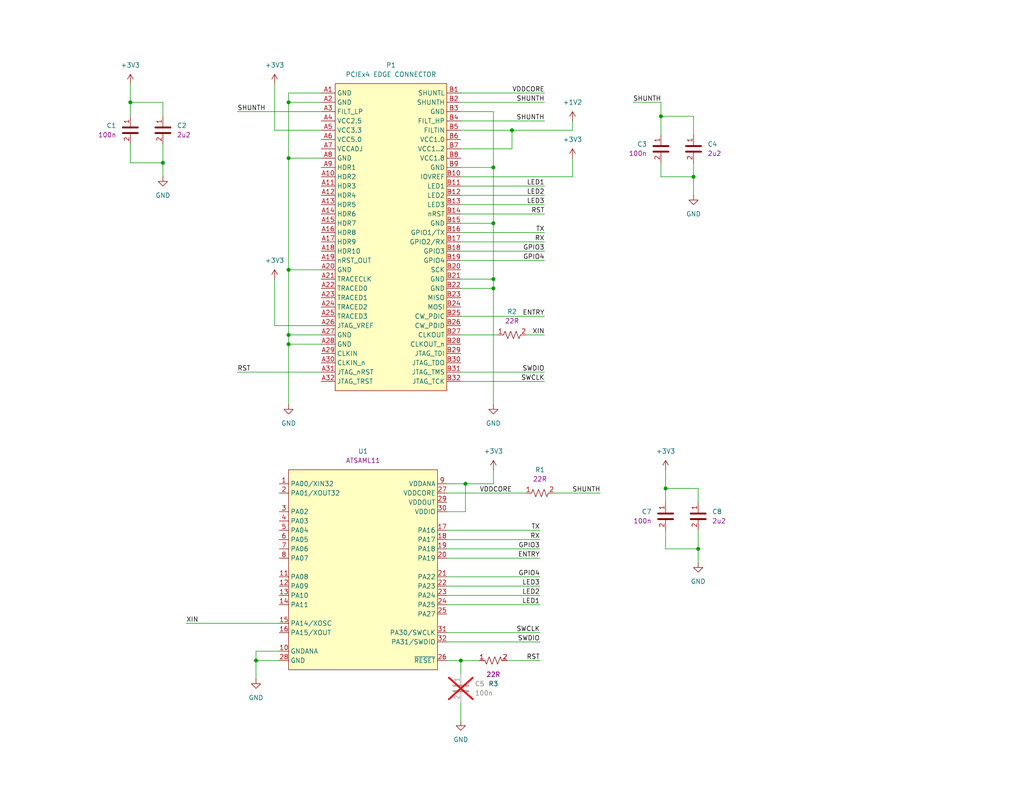
<source format=kicad_sch>
(kicad_sch (version 20231120) (generator "eeschema") (generator_version "8.0")
  (paper "USLetter")
  (lib_symbols
    (symbol "power:+1V2" (power) (pin_numbers hide) (pin_names (offset 0) hide)
      (property "Value" "+1V2" (at 0 3.556 0))
      (symbol "+1V2_0_1"
        (polyline (pts (xy -0.762 1.27) (xy 0 2.54)))
        (polyline (pts (xy 0 0) (xy 0 2.54)))
        (polyline (pts (xy 0 2.54) (xy 0.762 1.27)))
      )
      (symbol "+1V2_1_1"
        (pin power_in line (at 0 0 90) (length 0) (name "~") (number "1"))
      )
    )
    (symbol "power:+3V3" (power) (pin_numbers hide) (pin_names (offset 0) hide)
      (property "Value" "+3V3" (at 0 3.556 0))
      (symbol "+3V3_0_1"
        (polyline (pts (xy -0.762 1.27) (xy 0 2.54)))
        (polyline (pts (xy 0 0) (xy 0 2.54)))
        (polyline (pts (xy 0 2.54) (xy 0.762 1.27)))
      )
      (symbol "+3V3_1_1"
        (pin power_in line (at 0 0 90) (length 0) (name "~") (number "1"))
      )
    )
    (symbol "power:GND" (power) (pin_numbers hide) (pin_names (offset 0) hide)
      (property "Value" "GND" (at 0 -3.81 0))
      (symbol "GND_0_1"
        (polyline (pts (xy 0 0) (xy 0 -1.27) (xy 1.27 -1.27) (xy 0 -2.54) (xy -1.27 -1.27) (xy 0 -1.27)))
      )
      (symbol "GND_1_1"
        (pin power_in line (at 0 0 270) (length 0) (name "~") (number "1"))
      )
    )
    (symbol "tutorial_2_library:ATSMAL11E16A-AU"
      (property "Reference" "U" (at -20.32 5.08 0))
      (property "Display Value" "ATSAML11" (at 15.24 5.08 0))
      (symbol "ATSMAL11E16A-AU_1_1"
        (rectangle (start -20.32 3.81) (end 20.32 -50.8) (fill (type background)))
        (pin unspecified line (at -22.86 0 0) (length 2.54) (name "PA00/XIN32") (number "1"))
        (pin unspecified line (at -22.86 -45.72 0) (length 2.54) (name "GNDANA") (number "10"))
        (pin unspecified line (at -22.86 -25.4 0) (length 2.54) (name "PA08") (number "11"))
        (pin unspecified line (at -22.86 -27.94 0) (length 2.54) (name "PA09") (number "12"))
        (pin unspecified line (at -22.86 -30.48 0) (length 2.54) (name "PA10") (number "13"))
        (pin unspecified line (at -22.86 -33.02 0) (length 2.54) (name "PA11") (number "14"))
        (pin unspecified line (at -22.86 -38.1 0) (length 2.54) (name "PA14/XOSC") (number "15"))
        (pin unspecified line (at -22.86 -40.64 0) (length 2.54) (name "PA15/XOUT") (number "16"))
        (pin unspecified line (at 22.86 -12.7 180) (length 2.54) (name "PA16") (number "17"))
        (pin unspecified line (at 22.86 -15.24 180) (length 2.54) (name "PA17") (number "18"))
        (pin unspecified line (at 22.86 -17.78 180) (length 2.54) (name "PA18") (number "19"))
        (pin unspecified line (at -22.86 -2.54 0) (length 2.54) (name "PA01/XOUT32") (number "2"))
        (pin unspecified line (at 22.86 -20.32 180) (length 2.54) (name "PA19") (number "20"))
        (pin unspecified line (at 22.86 -25.4 180) (length 2.54) (name "PA22") (number "21"))
        (pin unspecified line (at 22.86 -27.94 180) (length 2.54) (name "PA23") (number "22"))
        (pin unspecified line (at 22.86 -30.48 180) (length 2.54) (name "PA24") (number "23"))
        (pin unspecified line (at 22.86 -33.02 180) (length 2.54) (name "PA25") (number "24"))
        (pin unspecified line (at 22.86 -35.56 180) (length 2.54) (name "PA27") (number "25"))
        (pin unspecified line (at 22.86 -48.26 180) (length 2.54) (name "~{RESET}") (number "26"))
        (pin unspecified line (at 22.86 -2.54 180) (length 2.54) (name "VDDCORE") (number "27"))
        (pin unspecified line (at -22.86 -48.26 0) (length 2.54) (name "GND") (number "28"))
        (pin unspecified line (at 22.86 -5.08 180) (length 2.54) (name "VDDOUT") (number "29"))
        (pin unspecified line (at -22.86 -7.62 0) (length 2.54) (name "PA02") (number "3"))
        (pin unspecified line (at 22.86 -7.62 180) (length 2.54) (name "VDDIO") (number "30"))
        (pin unspecified line (at 22.86 -40.64 180) (length 2.54) (name "PA30/SWCLK") (number "31"))
        (pin unspecified line (at 22.86 -43.18 180) (length 2.54) (name "PA31/SWDIO") (number "32"))
        (pin unspecified line (at -22.86 -10.16 0) (length 2.54) (name "PA03") (number "4"))
        (pin unspecified line (at -22.86 -12.7 0) (length 2.54) (name "PA04") (number "5"))
        (pin unspecified line (at -22.86 -15.24 0) (length 2.54) (name "PA05") (number "6"))
        (pin unspecified line (at -22.86 -17.78 0) (length 2.54) (name "PA06") (number "7"))
        (pin unspecified line (at -22.86 -20.32 0) (length 2.54) (name "PA07") (number "8"))
        (pin unspecified line (at 22.86 0 180) (length 2.54) (name "VDDANA") (number "9"))
      )
    )
    (symbol "tutorial_2_library:CAP_100n_50V_0603"
      (property "Reference" "C" (at -20.32 5.08 0))
      (property "Display Value" "100n" (at 15.24 5.08 0))
      (symbol "CAP_100n_50V_0603_0_1"
        (polyline (pts (xy -0.762 -2.032) (xy -0.762 2.032)) (stroke (width 0.508)))
        (polyline (pts (xy 0.762 -2.032) (xy 0.762 2.032)) (stroke (width 0.508)))
      )
      (symbol "CAP_100n_50V_0603_1_1"
        (pin passive line (at -3.81 0 0) (length 2.794) (name "~") (number "1"))
        (pin passive line (at 3.81 0 180) (length 2.794) (name "~") (number "2"))
      )
    )
    (symbol "tutorial_2_library:CAP_2u2_16V_0603"
      (property "Reference" "C" (at -20.32 5.08 0))
      (property "Display Value" "2u2" (at 15.24 5.08 0))
      (symbol "CAP_2u2_16V_0603_0_1"
        (polyline (pts (xy -0.762 -2.032) (xy -0.762 2.032)) (stroke (width 0.508)))
        (polyline (pts (xy 0.762 -2.032) (xy 0.762 2.032)) (stroke (width 0.508)))
      )
      (symbol "CAP_2u2_16V_0603_1_1"
        (pin passive line (at -3.81 0 0) (length 2.794) (name "~") (number "1"))
        (pin passive line (at 3.81 0 180) (length 2.794) (name "~") (number "2"))
      )
    )
    (symbol "tutorial_2_library:CW312T-Template" (in_bom no)
      (property "Reference" "P" (at -15.24 3.81 0))
      (property "Value" "PCIEx4 EDGE CONNECTOR " (at 3.81 3.81 0))
      (symbol "CW312T-Template_1_1"
        (rectangle (start -15.24 2.54) (end 15.24 -81.28) (fill (type background)))
        (pin unspecified line (at -19.05 0 0) (length 3.81) (name "GND") (number "A1"))
        (pin unspecified line (at -19.05 -22.86 0) (length 3.81) (name "HDR2") (number "A10"))
        (pin unspecified line (at -19.05 -25.4 0) (length 3.81) (name "HDR3") (number "A11"))
        (pin unspecified line (at -19.05 -27.94 0) (length 3.81) (name "HDR4") (number "A12"))
        (pin unspecified line (at -19.05 -30.48 0) (length 3.81) (name "HDR5") (number "A13"))
        (pin unspecified line (at -19.05 -33.02 0) (length 3.81) (name "HDR6") (number "A14"))
        (pin unspecified line (at -19.05 -35.56 0) (length 3.81) (name "HDR7") (number "A15"))
        (pin unspecified line (at -19.05 -38.1 0) (length 3.81) (name "HDR8") (number "A16"))
        (pin unspecified line (at -19.05 -40.64 0) (length 3.81) (name "HDR9") (number "A17"))
        (pin unspecified line (at -19.05 -43.18 0) (length 3.81) (name "HDR10") (number "A18"))
        (pin unspecified line (at -19.05 -45.72 0) (length 3.81) (name "nRST_OUT") (number "A19"))
        (pin unspecified line (at -19.05 -2.54 0) (length 3.81) (name "GND") (number "A2"))
        (pin unspecified line (at -19.05 -48.26 0) (length 3.81) (name "GND") (number "A20"))
        (pin unspecified line (at -19.05 -50.8 0) (length 3.81) (name "TRACECLK") (number "A21"))
        (pin unspecified line (at -19.05 -53.34 0) (length 3.81) (name "TRACED0") (number "A22"))
        (pin unspecified line (at -19.05 -55.88 0) (length 3.81) (name "TRACED1") (number "A23"))
        (pin unspecified line (at -19.05 -58.42 0) (length 3.81) (name "TRACED2") (number "A24"))
        (pin unspecified line (at -19.05 -60.96 0) (length 3.81) (name "TRACED3") (number "A25"))
        (pin unspecified line (at -19.05 -63.5 0) (length 3.81) (name "JTAG_VREF") (number "A26"))
        (pin unspecified line (at -19.05 -66.04 0) (length 3.81) (name "GND") (number "A27"))
        (pin unspecified line (at -19.05 -68.58 0) (length 3.81) (name "GND") (number "A28"))
        (pin unspecified line (at -19.05 -71.12 0) (length 3.81) (name "CLKIN") (number "A29"))
        (pin unspecified line (at -19.05 -5.08 0) (length 3.81) (name "FILT_LP") (number "A3"))
        (pin unspecified line (at -19.05 -73.66 0) (length 3.81) (name "CLKIN_n") (number "A30"))
        (pin unspecified line (at -19.05 -76.2 0) (length 3.81) (name "JTAG_nRST") (number "A31"))
        (pin unspecified line (at -19.05 -78.74 0) (length 3.81) (name "JTAG_TRST") (number "A32"))
        (pin unspecified line (at -19.05 -7.62 0) (length 3.81) (name "VCC2.5") (number "A4"))
        (pin unspecified line (at -19.05 -10.16 0) (length 3.81) (name "VCC3.3") (number "A5"))
        (pin unspecified line (at -19.05 -12.7 0) (length 3.81) (name "VCC5.0") (number "A6"))
        (pin unspecified line (at -19.05 -15.24 0) (length 3.81) (name "VCCADJ") (number "A7"))
        (pin unspecified line (at -19.05 -17.78 0) (length 3.81) (name "GND") (number "A8"))
        (pin unspecified line (at -19.05 -20.32 0) (length 3.81) (name "HDR1") (number "A9"))
        (pin unspecified line (at 19.05 0 180) (length 3.81) (name "SHUNTL") (number "B1"))
        (pin unspecified line (at 19.05 -22.86 180) (length 3.81) (name "IOVREF") (number "B10"))
        (pin unspecified line (at 19.05 -25.4 180) (length 3.81) (name "LED1") (number "B11"))
        (pin unspecified line (at 19.05 -27.94 180) (length 3.81) (name "LED2") (number "B12"))
        (pin unspecified line (at 19.05 -30.48 180) (length 3.81) (name "LED3") (number "B13"))
        (pin unspecified line (at 19.05 -33.02 180) (length 3.81) (name "nRST") (number "B14"))
        (pin unspecified line (at 19.05 -35.56 180) (length 3.81) (name "GND") (number "B15"))
        (pin unspecified line (at 19.05 -38.1 180) (length 3.81) (name "GPIO1/TX") (number "B16"))
        (pin unspecified line (at 19.05 -40.64 180) (length 3.81) (name "GPIO2/RX") (number "B17"))
        (pin unspecified line (at 19.05 -43.18 180) (length 3.81) (name "GPIO3") (number "B18"))
        (pin unspecified line (at 19.05 -45.72 180) (length 3.81) (name "GPIO4") (number "B19"))
        (pin unspecified line (at 19.05 -2.54 180) (length 3.81) (name "SHUNTH") (number "B2"))
        (pin unspecified line (at 19.05 -48.26 180) (length 3.81) (name "SCK") (number "B20"))
        (pin unspecified line (at 19.05 -50.8 180) (length 3.81) (name "GND") (number "B21"))
        (pin unspecified line (at 19.05 -53.34 180) (length 3.81) (name "GND") (number "B22"))
        (pin unspecified line (at 19.05 -55.88 180) (length 3.81) (name "MISO") (number "B23"))
        (pin unspecified line (at 19.05 -58.42 180) (length 3.81) (name "MOSI") (number "B24"))
        (pin unspecified line (at 19.05 -60.96 180) (length 3.81) (name "CW_PDIC") (number "B25"))
        (pin unspecified line (at 19.05 -63.5 180) (length 3.81) (name "CW_PDID") (number "B26"))
        (pin unspecified line (at 19.05 -66.04 180) (length 3.81) (name "CLKOUT") (number "B27"))
        (pin unspecified line (at 19.05 -68.58 180) (length 3.81) (name "CLKOUT_n") (number "B28"))
        (pin unspecified line (at 19.05 -71.12 180) (length 3.81) (name "JTAG_TDI") (number "B29"))
        (pin unspecified line (at 19.05 -5.08 180) (length 3.81) (name "GND") (number "B3"))
        (pin unspecified line (at 19.05 -73.66 180) (length 3.81) (name "JTAG_TDO") (number "B30"))
        (pin unspecified line (at 19.05 -76.2 180) (length 3.81) (name "JTAG_TMS") (number "B31"))
        (pin unspecified line (at 19.05 -78.74 180) (length 3.81) (name "JTAG_TCK") (number "B32"))
        (pin unspecified line (at 19.05 -7.62 180) (length 3.81) (name "FILT_HP") (number "B4"))
        (pin unspecified line (at 19.05 -10.16 180) (length 3.81) (name "FILTIN") (number "B5"))
        (pin unspecified line (at 19.05 -12.7 180) (length 3.81) (name "VCC1.0") (number "B6"))
        (pin unspecified line (at 19.05 -15.24 180) (length 3.81) (name "VCC1..2") (number "B7"))
        (pin unspecified line (at 19.05 -17.78 180) (length 3.81) (name "VCC1.8") (number "B8"))
        (pin unspecified line (at 19.05 -20.32 180) (length 3.81) (name "GND") (number "B9"))
      )
    )
    (symbol "tutorial_2_library:RES_22R_0603"
      (property "Reference" "R" (at -20.32 5.08 0))
      (property "Display Value" "22R" (at 15.24 5.08 0))
      (symbol "RES_22R_0603_0_1"
        (polyline (pts (xy -2.286 0) (xy -2.54 0)))
        (polyline (pts (xy 2.286 0) (xy 2.54 0)))
        (polyline (pts (xy -2.286 0) (xy -1.905 1.016) (xy -1.524 0) (xy -1.143 -1.016) (xy -0.762 0)))
        (polyline (pts (xy -0.762 0) (xy -0.381 1.016) (xy 0 0) (xy 0.381 -1.016) (xy 0.762 0)))
        (polyline (pts (xy 0.762 0) (xy 1.143 1.016) (xy 1.524 0) (xy 1.905 -1.016) (xy 2.286 0)))
      )
      (symbol "RES_22R_0603_1_1"
        (pin passive line (at -3.81 0 0) (length 1.27) (name "~") (number "1"))
        (pin passive line (at 3.81 0 180) (length 1.27) (name "~") (number "2"))
      )
    )
  )
  (junction (at 134.62 45.72))
  (junction (at 190.5 149.86))
  (junction (at 69.85 180.34))
  (junction (at 180.34 31.75))
  (junction (at 35.56 27.94))
  (junction (at 134.62 78.74))
  (junction (at 78.74 93.98))
  (junction (at 189.23 48.26))
  (junction (at 134.62 76.2))
  (junction (at 78.74 73.66))
  (junction (at 134.62 60.96))
  (junction (at 78.74 91.44))
  (junction (at 78.74 43.18))
  (junction (at 44.45 44.45))
  (junction (at 127 132.08))
  (junction (at 125.73 180.34))
  (junction (at 181.61 133.35))
  (junction (at 139.7 35.56))
  (junction (at 78.74 27.94))
  (wire (pts (xy 181.61 133.35) (xy 181.61 137.16)))
  (wire (pts (xy 190.5 133.35) (xy 181.61 133.35)))
  (wire (pts (xy 125.73 50.8) (xy 148.59 50.8)))
  (wire (pts (xy 121.92 175.26) (xy 147.32 175.26)))
  (wire (pts (xy 125.73 191.77) (xy 125.73 196.85)))
  (wire (pts (xy 69.85 180.34) (xy 76.2 180.34)))
  (wire (pts (xy 44.45 27.94) (xy 35.56 27.94)))
  (wire (pts (xy 78.74 93.98) (xy 78.74 110.49)))
  (wire (pts (xy 64.77 30.48) (xy 87.63 30.48)))
  (wire (pts (xy 125.73 60.96) (xy 134.62 60.96)))
  (wire (pts (xy 78.74 73.66) (xy 87.63 73.66)))
  (wire (pts (xy 121.92 144.78) (xy 147.32 144.78)))
  (wire (pts (xy 125.73 76.2) (xy 134.62 76.2)))
  (wire (pts (xy 125.73 104.14) (xy 148.59 104.14)))
  (wire (pts (xy 125.73 66.04) (xy 148.59 66.04)))
  (wire (pts (xy 125.73 91.44) (xy 135.89 91.44)))
  (wire (pts (xy 78.74 91.44) (xy 87.63 91.44)))
  (wire (pts (xy 125.73 33.02) (xy 148.59 33.02)))
  (wire (pts (xy 180.34 36.83) (xy 180.34 31.75)))
  (wire (pts (xy 35.56 27.94) (xy 35.56 31.75)))
  (wire (pts (xy 69.85 177.8) (xy 69.85 180.34)))
  (wire (pts (xy 125.73 27.94) (xy 148.59 27.94)))
  (wire (pts (xy 78.74 91.44) (xy 78.74 93.98)))
  (wire (pts (xy 78.74 43.18) (xy 78.74 73.66)))
  (wire (pts (xy 156.21 43.18) (xy 156.21 48.26)))
  (wire (pts (xy 87.63 25.4) (xy 78.74 25.4)))
  (wire (pts (xy 125.73 71.12) (xy 148.59 71.12)))
  (wire (pts (xy 180.34 27.94) (xy 172.72 27.94)))
  (wire (pts (xy 125.73 30.48) (xy 134.62 30.48)))
  (wire (pts (xy 78.74 93.98) (xy 87.63 93.98)))
  (wire (pts (xy 125.73 86.36) (xy 148.59 86.36)))
  (wire (pts (xy 125.73 101.6) (xy 148.59 101.6)))
  (wire (pts (xy 125.73 63.5) (xy 148.59 63.5)))
  (wire (pts (xy 156.21 33.02) (xy 156.21 35.56)))
  (wire (pts (xy 189.23 48.26) (xy 189.23 53.34)))
  (wire (pts (xy 127 139.7) (xy 127 132.08)))
  (wire (pts (xy 121.92 165.1) (xy 147.32 165.1)))
  (wire (pts (xy 78.74 27.94) (xy 87.63 27.94)))
  (wire (pts (xy 190.5 137.16) (xy 190.5 133.35)))
  (wire (pts (xy 190.5 149.86) (xy 190.5 144.78)))
  (wire (pts (xy 35.56 44.45) (xy 44.45 44.45)))
  (wire (pts (xy 121.92 162.56) (xy 147.32 162.56)))
  (wire (pts (xy 121.92 160.02) (xy 147.32 160.02)))
  (wire (pts (xy 74.93 35.56) (xy 87.63 35.56)))
  (wire (pts (xy 180.34 44.45) (xy 180.34 48.26)))
  (wire (pts (xy 125.73 35.56) (xy 139.7 35.56)))
  (wire (pts (xy 121.92 180.34) (xy 125.73 180.34)))
  (wire (pts (xy 125.73 48.26) (xy 156.21 48.26)))
  (wire (pts (xy 181.61 128.27) (xy 181.61 133.35)))
  (wire (pts (xy 143.51 91.44) (xy 148.59 91.44)))
  (wire (pts (xy 125.73 25.4) (xy 148.59 25.4)))
  (wire (pts (xy 64.77 101.6) (xy 87.63 101.6)))
  (wire (pts (xy 134.62 132.08) (xy 134.62 128.27)))
  (wire (pts (xy 134.62 78.74) (xy 134.62 110.49)))
  (wire (pts (xy 125.73 40.64) (xy 139.7 40.64)))
  (wire (pts (xy 190.5 149.86) (xy 190.5 153.67)))
  (wire (pts (xy 125.73 55.88) (xy 148.59 55.88)))
  (wire (pts (xy 189.23 44.45) (xy 189.23 48.26)))
  (wire (pts (xy 121.92 149.86) (xy 147.32 149.86)))
  (wire (pts (xy 121.92 134.62) (xy 143.51 134.62)))
  (wire (pts (xy 181.61 149.86) (xy 190.5 149.86)))
  (wire (pts (xy 151.13 134.62) (xy 163.83 134.62)))
  (wire (pts (xy 180.34 31.75) (xy 189.23 31.75)))
  (wire (pts (xy 78.74 43.18) (xy 87.63 43.18)))
  (wire (pts (xy 138.43 180.34) (xy 147.32 180.34)))
  (wire (pts (xy 35.56 39.37) (xy 35.56 44.45)))
  (wire (pts (xy 121.92 172.72) (xy 147.32 172.72)))
  (wire (pts (xy 139.7 35.56) (xy 156.21 35.56)))
  (wire (pts (xy 125.73 180.34) (xy 125.73 184.15)))
  (wire (pts (xy 44.45 31.75) (xy 44.45 27.94)))
  (wire (pts (xy 125.73 45.72) (xy 134.62 45.72)))
  (wire (pts (xy 74.93 88.9) (xy 87.63 88.9)))
  (wire (pts (xy 134.62 45.72) (xy 134.62 60.96)))
  (wire (pts (xy 74.93 76.2) (xy 74.93 88.9)))
  (wire (pts (xy 125.73 78.74) (xy 134.62 78.74)))
  (wire (pts (xy 125.73 58.42) (xy 148.59 58.42)))
  (wire (pts (xy 181.61 144.78) (xy 181.61 149.86)))
  (wire (pts (xy 180.34 31.75) (xy 180.34 27.94)))
  (wire (pts (xy 44.45 44.45) (xy 44.45 39.37)))
  (wire (pts (xy 50.8 170.18) (xy 76.2 170.18)))
  (wire (pts (xy 121.92 152.4) (xy 147.32 152.4)))
  (wire (pts (xy 78.74 73.66) (xy 78.74 91.44)))
  (wire (pts (xy 121.92 157.48) (xy 147.32 157.48)))
  (wire (pts (xy 134.62 60.96) (xy 134.62 76.2)))
  (wire (pts (xy 134.62 76.2) (xy 134.62 78.74)))
  (wire (pts (xy 44.45 44.45) (xy 44.45 48.26)))
  (wire (pts (xy 78.74 27.94) (xy 78.74 43.18)))
  (wire (pts (xy 134.62 30.48) (xy 134.62 45.72)))
  (wire (pts (xy 121.92 132.08) (xy 127 132.08)))
  (wire (pts (xy 121.92 147.32) (xy 147.32 147.32)))
  (wire (pts (xy 189.23 31.75) (xy 189.23 36.83)))
  (wire (pts (xy 125.73 180.34) (xy 130.81 180.34)))
  (wire (pts (xy 125.73 53.34) (xy 148.59 53.34)))
  (wire (pts (xy 78.74 25.4) (xy 78.74 27.94)))
  (wire (pts (xy 76.2 177.8) (xy 69.85 177.8)))
  (wire (pts (xy 121.92 139.7) (xy 127 139.7)))
  (wire (pts (xy 35.56 22.86) (xy 35.56 27.94)))
  (wire (pts (xy 69.85 180.34) (xy 69.85 185.42)))
  (wire (pts (xy 127 132.08) (xy 134.62 132.08)))
  (wire (pts (xy 180.34 48.26) (xy 189.23 48.26)))
  (wire (pts (xy 125.73 68.58) (xy 148.59 68.58)))
  (wire (pts (xy 139.7 40.64) (xy 139.7 35.56)))
  (wire (pts (xy 74.93 22.86) (xy 74.93 35.56)))
  (label "SHUNTH" (at 172.72 27.94 0))
  (label "SWDIO" (at 148.59 101.6 180))
  (label "LED1" (at 148.59 50.8 180))
  (label "SWCLK" (at 147.32 172.72 180))
  (label "RX" (at 148.59 66.04 180))
  (label "ENTRY" (at 148.59 86.36 180))
  (label "LED2" (at 148.59 53.34 180))
  (label "TX" (at 147.32 144.78 180))
  (label "SWDIO" (at 147.32 175.26 180))
  (label "SHUNTH" (at 163.83 134.62 180))
  (label "GPIO3" (at 147.32 149.86 180))
  (label "ENTRY" (at 147.32 152.4 180))
  (label "LED3" (at 147.32 160.02 180))
  (label "GPIO3" (at 148.59 68.58 180))
  (label "RST" (at 64.77 101.6 0))
  (label "SWCLK" (at 148.59 104.14 180))
  (label "LED2" (at 147.32 162.56 180))
  (label "LED1" (at 147.32 165.1 180))
  (label "SHUNTH" (at 148.59 33.02 180))
  (label "RST" (at 148.59 58.42 180))
  (label "SHUNTH" (at 64.77 30.48 0))
  (label "VDDCORE" (at 148.59 25.4 180))
  (label "RST" (at 147.32 180.34 180))
  (label "LED3" (at 148.59 55.88 180))
  (label "TX" (at 148.59 63.5 180))
  (label "XIN" (at 148.59 91.44 180))
  (label "SHUNTH" (at 148.59 27.94 180))
  (label "VDDCORE" (at 139.7 134.62 180))
  (label "GPIO4" (at 148.59 71.12 180))
  (label "XIN" (at 50.8 170.18 0))
  (label "GPIO4" (at 147.32 157.48 180))
  (label "RX" (at 147.32 147.32 180))
  (symbol (lib_id "tutorial_2_library:CAP_100n_50V_0603") (at 181.61 140.97 90) (mirror x) (unit 1)
    (property "Reference" "C7" (at 177.8 139.6999 90) (effects (justify left)))
    (property "Value" "CAP_100n_50V_0603" (effects (hide yes)))
    (property "Footprint" "Capacitor_SMD:C_0603_1608Metric" (effects (hide yes)))
    (property "Datasheet" "https://content.kemet.com/datasheets/KEM_C1002_X7R_SMD.pdf" (effects (hide yes)))
    (property "Description" "CAP CER 0.1UF 50V X7R 0603" (effects (hide yes)))
    (property "Display Value" "100n" (at 177.8 142.2399 90) (effects (justify left)))
    (property "Manufacturer" "KEMET" (effects (hide yes)))
    (property "Manufacturer Part Number" "C0603C104M5RACTU" (effects (hide yes)))
    (property "Supplier 1" "DigiKey" (effects (hide yes)))
    (property "Supplier 1 Part Number" "399-C0603C104M5RACTUCT-ND" (effects (hide yes)))
  )
  (symbol (lib_id "power:GND") (at 78.74 110.49 0) (unit 1)
    (property "Reference" "#PWR07" (effects (hide yes)))
    (property "Value" "GND" (at 78.74 115.57 0))
    (property "Description" "Power symbol creates a global label with name \"GND\" , ground" (effects (hide yes)))
  )
  (symbol (lib_id "tutorial_2_library:CAP_100n_50V_0603") (at 35.56 35.56 90) (mirror x) (unit 1)
    (property "Reference" "C1" (at 31.75 34.2899 90) (effects (justify left)))
    (property "Value" "CAP_100n_50V_0603" (effects (hide yes)))
    (property "Footprint" "Capacitor_SMD:C_0603_1608Metric" (effects (hide yes)))
    (property "Datasheet" "https://content.kemet.com/datasheets/KEM_C1002_X7R_SMD.pdf" (effects (hide yes)))
    (property "Description" "CAP CER 0.1UF 50V X7R 0603" (effects (hide yes)))
    (property "Display Value" "100n" (at 31.75 36.8299 90) (effects (justify left)))
    (property "Manufacturer" "KEMET" (effects (hide yes)))
    (property "Manufacturer Part Number" "C0603C104M5RACTU" (effects (hide yes)))
    (property "Supplier 1" "DigiKey" (effects (hide yes)))
    (property "Supplier 1 Part Number" "399-C0603C104M5RACTUCT-ND" (effects (hide yes)))
  )
  (symbol (lib_id "power:GND") (at 190.5 153.67 0) (unit 1)
    (property "Reference" "#PWR06" (effects (hide yes)))
    (property "Value" "GND" (at 190.5 158.75 0))
    (property "Description" "Power symbol creates a global label with name \"GND\" , ground" (effects (hide yes)))
  )
  (symbol (lib_id "tutorial_2_library:ATSMAL11E16A-AU") (at 99.06 132.08 0) (unit 1)
    (property "Reference" "U1" (at 99.06 123.19 0))
    (property "Value" "ATSMAL11E16A-AU" (effects (hide yes)))
    (property "Footprint" "Package_QFP:TQFP-32_7x7mm_P0.8mm" (effects (hide yes)))
    (property "Datasheet" "https://www.mouser.ca/datasheet/2/268/SAM_L10_L11_Family_Data_Sheet_DS60001513-3442769.pdf" (effects (hide yes)))
    (property "Description" "ARM Microcontrollers - MCU TQFP32, 64KBFlash/16KB SRAM,85 Temp,Crypto,Tray" (effects (hide yes)))
    (property "Display Value" "ATSAML11" (at 99.06 125.73 0))
    (property "Manufacturer" "Microchip Technology" (effects (hide yes)))
    (property "Manufacturer Part Number" "ATSAML11E16A-AU" (effects (hide yes)))
    (property "Supplier 1" "DigiKey" (effects (hide yes)))
    (property "Supplier 1 Part Number" "ATSAML11E16A-AU-ND" (effects (hide yes)))
  )
  (symbol (lib_id "power:+1V2") (at 156.21 33.02 0) (unit 1)
    (property "Reference" "#PWR011" (effects (hide yes)))
    (property "Value" "+1V2" (at 156.21 27.94 0))
    (property "Description" "Power symbol creates a global label with name \"+1V2\"" (effects (hide yes)))
  )
  (symbol (lib_id "power:+3V3") (at 134.62 128.27 0) (unit 1)
    (property "Reference" "#PWR010" (effects (hide yes)))
    (property "Value" "+3V3" (at 134.62 123.19 0))
    (property "Description" "Power symbol creates a global label with name \"+3V3\"" (effects (hide yes)))
  )
  (symbol (lib_id "tutorial_2_library:RES_22R_0603") (at 134.62 180.34 0) (mirror x) (unit 1)
    (property "Reference" "R3" (at 134.62 186.69 0))
    (property "Value" "22R_0603" (effects (hide yes)))
    (property "Footprint" "Resistor_SMD:R_0603_1608Metric" (effects (hide yes)))
    (property "Datasheet" "https://www.yageo.com/upload/media/product/products/datasheet/rchip/PYu-RC_Group_51_RoHS_L_12.pdf" (effects (hide yes)))
    (property "Description" "RES 22 OHM 5% 1/10W 0603" (effects (hide yes)))
    (property "Display Value" "22R" (at 134.62 184.15 0))
    (property "Manufacturer" "YAGEO" (effects (hide yes)))
    (property "Manufacturer Part Number" "RC0603JR-0722RL" (effects (hide yes)))
    (property "Supplier 1" "DigiKey" (effects (hide yes)))
    (property "Supplier 1 Part Number" "311-22GRCT-ND" (effects (hide yes)))
  )
  (symbol (lib_id "power:+3V3") (at 156.21 43.18 0) (unit 1)
    (property "Reference" "#PWR01" (effects (hide yes)))
    (property "Value" "+3V3" (at 156.21 38.1 0))
    (property "Description" "Power symbol creates a global label with name \"+3V3\"" (effects (hide yes)))
  )
  (symbol (lib_id "power:+3V3") (at 181.61 128.27 0) (unit 1)
    (property "Reference" "#PWR05" (effects (hide yes)))
    (property "Value" "+3V3" (at 181.61 123.19 0))
    (property "Description" "Power symbol creates a global label with name \"+3V3\"" (effects (hide yes)))
  )
  (symbol (lib_id "power:+3V3") (at 35.56 22.86 0) (unit 1)
    (property "Reference" "#PWR02" (effects (hide yes)))
    (property "Value" "+3V3" (at 35.56 17.78 0))
    (property "Description" "Power symbol creates a global label with name \"+3V3\"" (effects (hide yes)))
  )
  (symbol (lib_id "power:GND") (at 44.45 48.26 0) (unit 1)
    (property "Reference" "#PWR04" (effects (hide yes)))
    (property "Value" "GND" (at 44.45 53.34 0))
    (property "Description" "Power symbol creates a global label with name \"GND\" , ground" (effects (hide yes)))
  )
  (symbol (lib_id "tutorial_2_library:CAP_2u2_16V_0603") (at 189.23 40.64 270) (unit 1)
    (property "Reference" "C4" (at 193.04 39.3699 90) (effects (justify left)))
    (property "Value" "CAP_2u2_16V_0603" (effects (hide yes)))
    (property "Footprint" "Capacitor_SMD:C_0603_1608Metric" (effects (hide yes)))
    (property "Datasheet" "https://content.kemet.com/datasheets/KEM_C1006_X5R_SMD.pdf" (effects (hide yes)))
    (property "Description" "CAP CER 2.2UF 16V X5R 0603" (effects (hide yes)))
    (property "Display Value" "2u2" (at 193.04 41.9099 90) (effects (justify left)))
    (property "Manufacturer" "KEMET" (effects (hide yes)))
    (property "Manufacturer Part Number" "C0603C225K4PAC7867" (effects (hide yes)))
    (property "Supplier 1" "DigiKey" (effects (hide yes)))
    (property "Supplier 1 Part Number" "399-C0603C225K4PAC7867CT-ND" (effects (hide yes)))
  )
  (symbol (lib_id "power:GND") (at 189.23 53.34 0) (unit 1)
    (property "Reference" "#PWR08" (effects (hide yes)))
    (property "Value" "GND" (at 189.23 58.42 0))
    (property "Description" "Power symbol creates a global label with name \"GND\" , ground" (effects (hide yes)))
  )
  (symbol (lib_id "tutorial_2_library:CW312T-Template") (at 106.68 25.4 0) (unit 1) (in_bom no)
    (property "Reference" "P1" (at 106.68 17.78 0))
    (property "Value" "PCIEx4 EDGE CONNECTOR" (at 106.68 20.32 0))
    (property "Footprint" "tutorial_2_library:CW312_Template" (effects (hide yes)))
    (property "Description" "BOARD AND EDGE CONNECTOR TEMPLATE FOR CW312 TARGETS" (effects (hide yes)))
  )
  (symbol (lib_id "power:+3V3") (at 74.93 76.2 0) (unit 1)
    (property "Reference" "#PWR013" (effects (hide yes)))
    (property "Value" "+3V3" (at 74.93 71.12 0))
    (property "Description" "Power symbol creates a global label with name \"+3V3\"" (effects (hide yes)))
  )
  (symbol (lib_id "power:+3V3") (at 74.93 22.86 0) (unit 1)
    (property "Reference" "#PWR012" (effects (hide yes)))
    (property "Value" "+3V3" (at 74.93 17.78 0))
    (property "Description" "Power symbol creates a global label with name \"+3V3\"" (effects (hide yes)))
  )
  (symbol (lib_id "power:GND") (at 134.62 110.49 0) (unit 1)
    (property "Reference" "#PWR09" (effects (hide yes)))
    (property "Value" "GND" (at 134.62 115.57 0))
    (property "Description" "Power symbol creates a global label with name \"GND\" , ground" (effects (hide yes)))
  )
  (symbol (lib_id "tutorial_2_library:CAP_2u2_16V_0603") (at 190.5 140.97 270) (unit 1)
    (property "Reference" "C8" (at 194.31 139.6999 90) (effects (justify left)))
    (property "Value" "CAP_2u2_16V_0603" (effects (hide yes)))
    (property "Footprint" "Capacitor_SMD:C_0603_1608Metric" (effects (hide yes)))
    (property "Datasheet" "https://content.kemet.com/datasheets/KEM_C1006_X5R_SMD.pdf" (effects (hide yes)))
    (property "Description" "CAP CER 2.2UF 16V X5R 0603" (effects (hide yes)))
    (property "Display Value" "2u2" (at 194.31 142.2399 90) (effects (justify left)))
    (property "Manufacturer" "KEMET" (effects (hide yes)))
    (property "Manufacturer Part Number" "C0603C225K4PAC7867" (effects (hide yes)))
    (property "Supplier 1" "DigiKey" (effects (hide yes)))
    (property "Supplier 1 Part Number" "399-C0603C225K4PAC7867CT-ND" (effects (hide yes)))
  )
  (symbol (lib_id "tutorial_2_library:CAP_2u2_16V_0603") (at 44.45 35.56 270) (unit 1)
    (property "Reference" "C2" (at 48.26 34.2899 90) (effects (justify left)))
    (property "Value" "CAP_2u2_16V_0603" (effects (hide yes)))
    (property "Footprint" "Capacitor_SMD:C_0603_1608Metric" (effects (hide yes)))
    (property "Datasheet" "https://content.kemet.com/datasheets/KEM_C1006_X5R_SMD.pdf" (effects (hide yes)))
    (property "Description" "CAP CER 2.2UF 16V X5R 0603" (effects (hide yes)))
    (property "Display Value" "2u2" (at 48.26 36.8299 90) (effects (justify left)))
    (property "Manufacturer" "KEMET" (effects (hide yes)))
    (property "Manufacturer Part Number" "C0603C225K4PAC7867" (effects (hide yes)))
    (property "Supplier 1" "DigiKey" (effects (hide yes)))
    (property "Supplier 1 Part Number" "399-C0603C225K4PAC7867CT-ND" (effects (hide yes)))
  )
  (symbol (lib_id "tutorial_2_library:RES_22R_0603") (at 139.7 91.44 0) (unit 1)
    (property "Reference" "R2" (at 139.7 85.09 0))
    (property "Value" "22R_0603" (effects (hide yes)))
    (property "Footprint" "Resistor_SMD:R_0603_1608Metric" (effects (hide yes)))
    (property "Datasheet" "https://www.yageo.com/upload/media/product/products/datasheet/rchip/PYu-RC_Group_51_RoHS_L_12.pdf" (effects (hide yes)))
    (property "Description" "RES 22 OHM 5% 1/10W 0603" (effects (hide yes)))
    (property "Display Value" "22R" (at 139.7 87.63 0))
    (property "Manufacturer" "YAGEO" (effects (hide yes)))
    (property "Manufacturer Part Number" "RC0603JR-0722RL" (effects (hide yes)))
    (property "Supplier 1" "DigiKey" (effects (hide yes)))
    (property "Supplier 1 Part Number" "311-22GRCT-ND" (effects (hide yes)))
  )
  (symbol (lib_id "power:GND") (at 125.73 196.85 0) (unit 1)
    (property "Reference" "#PWR014" (effects (hide yes)))
    (property "Value" "GND" (at 125.73 201.93 0))
    (property "Description" "Power symbol creates a global label with name \"GND\" , ground" (effects (hide yes)))
  )
  (symbol (lib_id "power:GND") (at 69.85 185.42 0) (unit 1)
    (property "Reference" "#PWR03" (effects (hide yes)))
    (property "Value" "GND" (at 69.85 190.5 0))
    (property "Description" "Power symbol creates a global label with name \"GND\" , ground" (effects (hide yes)))
  )
  (symbol (lib_id "tutorial_2_library:CAP_100n_50V_0603") (at 180.34 40.64 90) (mirror x) (unit 1)
    (property "Reference" "C3" (at 176.53 39.3699 90) (effects (justify left)))
    (property "Value" "CAP_100n_50V_0603" (effects (hide yes)))
    (property "Footprint" "Capacitor_SMD:C_0603_1608Metric" (effects (hide yes)))
    (property "Datasheet" "https://content.kemet.com/datasheets/KEM_C1002_X7R_SMD.pdf" (effects (hide yes)))
    (property "Description" "CAP CER 0.1UF 50V X7R 0603" (effects (hide yes)))
    (property "Display Value" "100n" (at 176.53 41.9099 90) (effects (justify left)))
    (property "Manufacturer" "KEMET" (effects (hide yes)))
    (property "Manufacturer Part Number" "C0603C104M5RACTU" (effects (hide yes)))
    (property "Supplier 1" "DigiKey" (effects (hide yes)))
    (property "Supplier 1 Part Number" "399-C0603C104M5RACTUCT-ND" (effects (hide yes)))
  )
  (symbol (lib_id "tutorial_2_library:RES_22R_0603") (at 147.32 134.62 0) (unit 1)
    (property "Reference" "R1" (at 147.32 128.27 0))
    (property "Value" "22R_0603" (effects (hide yes)))
    (property "Footprint" "Resistor_SMD:R_0603_1608Metric" (effects (hide yes)))
    (property "Datasheet" "https://www.yageo.com/upload/media/product/products/datasheet/rchip/PYu-RC_Group_51_RoHS_L_12.pdf" (effects (hide yes)))
    (property "Description" "RES 22 OHM 5% 1/10W 0603" (effects (hide yes)))
    (property "Display Value" "22R" (at 147.32 130.81 0))
    (property "Manufacturer" "YAGEO" (effects (hide yes)))
    (property "Manufacturer Part Number" "RC0603JR-0722RL" (effects (hide yes)))
    (property "Supplier 1" "DigiKey" (effects (hide yes)))
    (property "Supplier 1 Part Number" "311-22GRCT-ND" (effects (hide yes)))
  )
  (symbol (lib_id "tutorial_2_library:CAP_100n_50V_0603") (at 125.73 187.96 270) (unit 1) (dnp yes)
    (property "Reference" "C5" (at 129.54 186.6899 90) (effects (justify left)))
    (property "Value" "CAP_100n_50V_0603" (effects (hide yes)))
    (property "Footprint" "Capacitor_SMD:C_0603_1608Metric" (effects (hide yes)))
    (property "Datasheet" "https://content.kemet.com/datasheets/KEM_C1002_X7R_SMD.pdf" (effects (hide yes)))
    (property "Description" "CAP CER 0.1UF 50V X7R 0603" (effects (hide yes)))
    (property "Display Value" "100n" (at 129.54 189.2299 90) (effects (justify left)))
    (property "Manufacturer" "KEMET" (effects (hide yes)))
    (property "Manufacturer Part Number" "C0603C104M5RACTU" (effects (hide yes)))
    (property "Supplier 1" "DigiKey" (effects (hide yes)))
    (property "Supplier 1 Part Number" "399-C0603C104M5RACTUCT-ND" (effects (hide yes)))
  )
)
</source>
